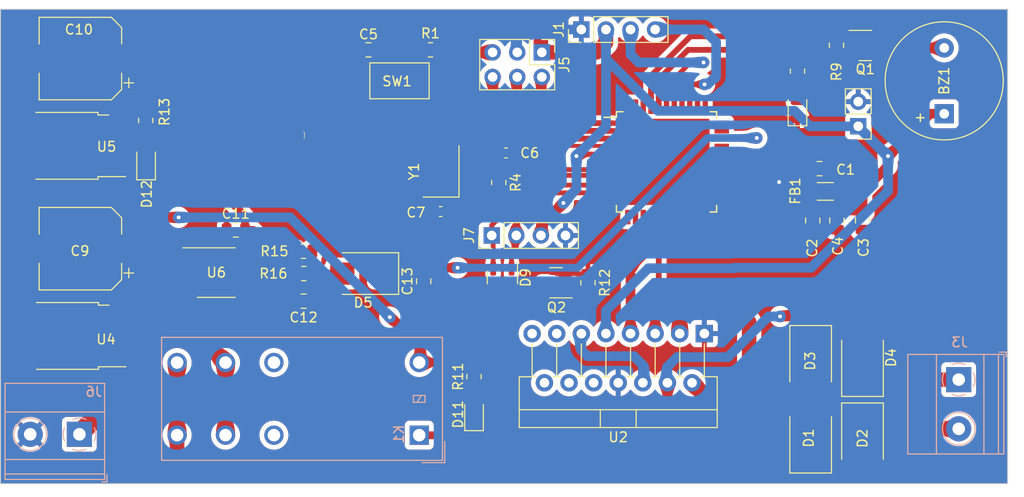
<source format=kicad_pcb>
(kicad_pcb (version 20221018) (generator pcbnew)
  (layers (0 "F.Cu" signal) (31 "B.Cu" signal) (34 "B.Paste" user) (35 "F.Paste" user) (36 "B.SilkS" user "B.Silkscreen") (37 "F.SilkS" user "F.Silkscreen") (38 "B.Mask" user) (39 "F.Mask" user) (44 "Edge.Cuts" user))
  (net 0 "")
  (net 1 "Net-(BZ1-+)")
  (net 2 "GND")
  (net 3 "Net-(U1-PE4{slash}AREF)")
  (net 4 "OUT1")
  (net 5 "OUT2")
  (net 6 "RESET")
  (net 7 "XTAL2")
  (net 8 "XTAL1")
  (net 9 "IN+")
  (net 10 "RX0")
  (net 11 "+5V")
  (net 12 "TX0")
  (net 13 "Net-(D11-K)")
  (net 14 "Net-(D11-A)")
  (net 15 "Net-(D12-A)")
  (net 16 "Net-(D13-A)")
  (net 17 "SCL")
  (net 18 "SDA")
  (net 19 "MISO")
  (net 20 "SCK")
  (net 21 "MOSI")
  (net 22 "Net-(U6-FILTER)")
  (net 23 "CURRENT_ADC1")
  (net 24 "IN-")
  (net 26 "RELAY+")
  (net 28 "BUZZER")
  (net 29 "RELAY")
  (net 30 "LED")
  (net 42 "Net-(D5-A)")
  (net 44 "IN1")
  (net 45 "IN2")
  (net 47 "Net-(U6-VIOUT)")
  (net 56 "Net-(U2-EnA)")
  (net 59 "SDA1")
  (net 60 "SCL1")
  (net 63 "Net-(J6-Pin_1)")
  (footprint "Resistor_SMD:R_0805_2012Metric" (layer "F.Cu") (at 200.925 63.616667 -90)
    (fp_text reference "R9")
    (fp_text value "10K")
  )
  (footprint "Package_TO_SOT_SMD:SOT-23" (layer "F.Cu") (at 166.425 87.616667 -90)
    (fp_text reference "D9")
    (fp_text value "SM712_SOT23")
  )
  (footprint "Package_TO_SOT_SMD:TO-252-2" (layer "F.Cu") (at 121.36 74.008333 180)
    (fp_text reference "U5")
    (fp_text value "LM78M05_TO252")
  )
  (footprint "Connector_PinHeader_2.54mm:PinHeader_1x04_P2.54mm_Vertical" (layer "F.Cu") (at 165.325 83.266667 90)
    (fp_text reference "J7")
    (fp_text value "UART")
  )
  (footprint "Resistor_SMD:R_0805_2012Metric" (layer "F.Cu") (at 166.05 77.8 90)
    (fp_text reference "R4")
    (fp_text value "1M")
  )
  (footprint "Button_Switch_SMD:SW_SPST_CK_RS282G05A3" (layer "F.Cu") (at 155.8 67.3 180)
    (fp_text reference "SW1")
    (fp_text value "6x6 SMD")
  )
  (footprint "Resistor_SMD:R_0805_2012Metric" (layer "F.Cu") (at 159 64.1 180)
    (fp_text reference "R1")
    (fp_text value "4K7")
  )
  (footprint "Inductor_SMD:L_1206_3216Metric" (layer "F.Cu") (at 199.775 78.716667 180)
    (fp_text reference "FB1")
    (fp_text value "120R")
  )
  (footprint "Connector_PinHeader_2.54mm:PinHeader_1x04_P2.54mm_Vertical" (layer "F.Cu") (at 174.58 62 90)
    (fp_text reference "J1")
    (fp_text value "I2C")
  )
  (footprint "Package_TO_SOT_SMD:SOT-23" (layer "F.Cu") (at 171.9625 88.15 180)
    (fp_text reference "Q2")
    (fp_text value "2N7002")
  )
  (footprint "Capacitor_SMD:CP_Elec_8x6.7" (layer "F.Cu") (at 122.85 84.633333 180)
    (fp_text reference "C9")
    (fp_text value "220uf")
  )
  (footprint "Connector_PinHeader_2.54mm:PinHeader_1x02_P2.54mm_Vertical" (layer "F.Cu") (at 203.175 71.991667 180)
    (fp_text reference "J10" hide)
    (fp_text value "Conn_01x02")
  )
  (footprint "Diode_SMD:D_SMB" (layer "F.Cu") (at 203.61 96.23 90)
    (fp_text reference "D4")
    (fp_text value "D_Small")
  )
  (footprint "Package_TO_SOT_SMD:SOT-23" (layer "F.Cu") (at 203.9 63.65)
    (fp_text reference "Q1")
    (fp_text value "2N7002")
  )
  (footprint "Resistor_SMD:R_0805_2012Metric" (layer "F.Cu") (at 129.6 71.3875 -90)
    (fp_text reference "R13")
    (fp_text value "1k")
  )
  (footprint "Capacitor_SMD:C_0805_2012Metric" (layer "F.Cu") (at 200.975 81.716667 -90)
    (fp_text reference "C4")
    (fp_text value "100nF")
  )
  (footprint "Package_TO_SOT_SMD:TO-252-2" (layer "F.Cu") (at 121.41 93.641667 180)
    (fp_text reference "U4")
    (fp_text value "L7812")
  )
  (footprint "Capacitor_SMD:C_0805_2012Metric" (layer "F.Cu") (at 199.175 76.366667)
    (fp_text reference "C1")
    (fp_text value "1uF")
  )
  (footprint "Diode_SMD:D_SMB" (layer "F.Cu") (at 198.26 104.135 90)
    (fp_text reference "D1")
    (fp_text value "D_Small")
  )
  (footprint "Resistor_SMD:R_0805_2012Metric" (layer "F.Cu") (at 145.8875 84.9)
    (fp_text reference "R15")
    (fp_text value "2K2")
  )
  (footprint "Capacitor_SMD:C_0805_2012Metric" (layer "F.Cu") (at 152.6 64.1 180)
    (fp_text reference "C5")
    (fp_text value "100nF")
  )
  (footprint "Capacitor_SMD:C_0603_1608Metric" (layer "F.Cu") (at 160.05 80.8 180)
    (fp_text reference "C7")
    (fp_text value "18pF")
  )
  (footprint "Capacitor_SMD:C_0805_2012Metric" (layer "F.Cu") (at 158.3 88 90)
    (fp_text reference "C13")
    (fp_text value "1nF")
  )
  (footprint "Diode_SMD:D_SMB" (layer "F.Cu") (at 152.05 87.2 180)
    (fp_text reference "D5")
    (fp_text value "SS24")
  )
  (footprint "LED_SMD:LED_0805_2012Metric" (layer "F.Cu") (at 163.5 101.7375 90)
    (fp_text reference "D11")
    (fp_text value "LED_Small")
  )
  (footprint "LED_SMD:LED_0805_2012Metric_Pad1.15x1.40mm_HandSolder" (layer "F.Cu") (at 129.6375 75.6625 90)
    (fp_text reference "D12")
    (fp_text value "LED_Small")
  )
  (footprint "Resistor_SMD:R_0805_2012Metric" (layer "F.Cu") (at 175.2625 88.15 90)
    (fp_text reference "R12")
    (fp_text value "10K")
  )
  (footprint "Capacitor_SMD:C_0805_2012Metric" (layer "F.Cu") (at 138.9 82.7)
    (fp_text reference "C11")
    (fp_text value "100nF")
  )
  (footprint "Capacitor_SMD:C_0603_1608Metric" (layer "F.Cu") (at 166.8 74.75 180)
    (fp_text reference "C6")
    (fp_text value "18pF")
  )
  (footprint "Capacitor_SMD:C_0805_2012Metric" (layer "F.Cu") (at 198.475 81.716667 -90)
    (fp_text reference "C2")
    (fp_text value "100nF")
  )
  (footprint "LED_SMD:LED_0805_2012Metric" (layer "F.Cu") (at 196.9 70.25 90)
    (fp_text reference "D13" hide)
    (fp_text value "LED_Small")
  )
  (footprint "Package_QFP:TQFP-44_10x10mm_P0.8mm" (layer "F.Cu") (at 183.375 75.666667)
    (fp_text reference "U1" hide)
    (fp_text value "ATmega324PB-A")
  )
  (footprint "Resistor_SMD:R_0805_2012Metric" (layer "F.Cu") (at 196.9 66.3 90)
    (fp_text reference "R14" hide)
    (fp_text value "1K")
  )
  (footprint "Diode_SMD:D_SMB" (layer "F.Cu") (at 198.26 96.23 -90)
    (fp_text reference "D3")
    (fp_text value "D_Small")
  )
  (footprint "Package_TO_SOT_THT:TO-220-15_P2.54x2.54mm_StaggerOdd_Lead4.58mm_Vertical" (layer "F.Cu") (at 187.28 93.4 180)
    (fp_text reference "U2")
    (fp_text value "L298N")
  )
  (footprint "Buzzer_Beeper:Buzzer_12x9.5RM7.6" (layer "F.Cu") (at 212.05 71.1 90)
    (fp_text reference "BZ1")
    (fp_text value "Buzzer")
  )
  (footprint "Package_SO:SOIC-8_3.9x4.9mm_P1.27mm" (layer "F.Cu") (at 136.8875 87.1)
    (fp_text reference "U6")
    (fp_text value "ACS712")
  )
  (footprint "Resistor_SMD:R_0805_2012Metric" (layer "F.Cu") (at 145.9125 87.2)
    (fp_text reference "R16")
    (fp_text value "10K")
  )
  (footprint "Capacitor_SMD:C_0805_2012Metric" (layer "F.Cu") (at 203.625 81.716667 -90)
    (fp_text reference "C3")
    (fp_text value "100nF")
  )
  (footprint "Connector_PinHeader_2.54mm:PinHeader_2x03_P2.54mm_Vertical" (layer "F.Cu") (at 170.5 64.36 -90)
    (fp_text reference "J5")
    (fp_text value "ISP")
  )
  (footprint "Diode_SMD:D_SMB" (layer "F.Cu") (at 203.61 104.225 -90)
    (fp_text reference "D2")
    (fp_text value "D_Small")
  )
  (footprint "Capacitor_SMD:C_0805_2012Metric" (layer "F.Cu") (at 145.9 90.05 180)
    (fp_text reference "C12")
    (fp_text value "1nF")
  )
  (footprint "Capacitor_SMD:CP_Elec_8x6.7" (layer "F.Cu") (at 122.85 65 180)
    (fp_text reference "C10")
    (fp_text value "220uf")
  )
  (footprint "GOFootprint:formula" (layer "F.Cu") (at 146.2 72.1)
    (fp_text reference "G***" hide)
    (fp_text value "LOGO" hide)
  )
  (footprint "Crystal:Crystal_SMD_5032-4Pin_5.0x3.2mm" (layer "F.Cu") (at 160.1 76.65 90)
    (fp_text reference "Y1")
    (fp_text value "16MHz")
  )
  (footprint "Resistor_SMD:R_0805_2012Metric" (layer "F.Cu") (at 163.5 97.8375 90)
    (fp_text reference "R11")
    (fp_text value "1K")
  )
  (footprint "TerminalBlock_Phoenix:TerminalBlock_Phoenix_MKDS-1,5-2-5.08_1x02_P5.08mm_Horizontal" (layer "B.Cu") (at 213.55 98.15 -90)
    (fp_text reference "J3")
    (fp_text value "Conn_01x02")
  )
  (footprint "Relay_THT:Relay_DPDT_Omron_G2RL-2" (layer "B.Cu") (at 157.8375 103.8875 90)
    (fp_text reference "K1")
    (fp_text value "G2RL-2")
  )
  (footprint "TerminalBlock_Phoenix:TerminalBlock_Phoenix_MKDS-1,5-2-5.08_1x02_P5.08mm_Horizontal" (layer "B.Cu") (at 122.75 103.8 180)
    (fp_text reference "J6")
    (fp_text value "POWER")
  )
  (gr_rect (start 114.6 59.9) (end 218.6 108.9) (stroke (width 0.1)) (fill none) (layer "Edge.Cuts"))
  (segment (start 205.0875 63.9) (end 204.8375 63.65) (width 1) (layer "F.Cu") (net 1))
  (segment (start 212.05 63.9) (end 205.0875 63.9) (width 1) (layer "F.Cu") (net 1))
  (segment (start 194.3 77.75) (end 192.216667 75.666667) (width 0.6) (layer "F.Cu") (net 2))
  (segment (start 192.216667 75.666667) (end 189.075 75.666667) (width 0.6) (layer "F.Cu") (net 2))
  (segment (start 161.1 75) (end 165.775 75) (width 0.6) (layer "F.Cu") (net 2))
  (segment (start 195 77.75) (end 194.3 77.75) (width 0.6) (layer "F.Cu") (net 2))
  (segment (start 177.675 75.666667) (end 189.075 75.666667) (width 0.25) (layer "F.Cu") (net 2))
  (segment (start 201.075 82.616667) (end 201.025 82.666667) (width 0.5) (layer "F.Cu") (net 2))
  (segment (start 165.775 75) (end 166.025 74.75) (width 0.6) (layer "F.Cu") (net 2))
  (segment (start 198.475 82.666667) (end 197.875 82.666667) (width 0.5) (layer "F.Cu") (net 2))
  (via (at 195 77.75) (size 1.2) (drill 0.4) (layers "F.Cu" "B.Cu") (net 2))
  (segment (start 167.96 64.36) (end 167.96 62.54) (width 1) (layer "B.Cu") (net 2))
  (segment (start 167.96 62.54) (end 168.5 62) (width 1) (layer "B.Cu") (net 2))
  (segment (start 168.5 62) (end 174.58 62) (width 1) (layer "B.Cu") (net 2))
  (segment (start 189.075 74.866667) (end 192.875 74.866667) (width 0.5) (layer "F.Cu") (net 3))
  (segment (start 192.875 74.866667) (end 194.375 76.366667) (width 0.5) (layer "F.Cu") (net 3))
  (segment (start 198.25 78.616667) (end 198.25 76.391667) (width 0.5) (layer "F.Cu") (net 3))
  (segment (start 198.25 76.391667) (end 198.225 76.366667) (width 0.5) (layer "F.Cu") (net 3))
  (segment (start 194.375 76.366667) (end 198.225 76.366667) (width 0.5) (layer "F.Cu") (net 3))
  (segment (start 203.61 102.075) (end 204.77 103.235) (width 1.5) (layer "F.Cu") (net 4))
  (segment (start 204.77 103.235) (end 213.545 103.235) (width 1.5) (layer "F.Cu") (net 4))
  (segment (start 189.66 102.13) (end 203.555 102.13) (width 1.5) (layer "F.Cu") (net 4))
  (segment (start 213.545 103.235) (end 213.55 103.23) (width 1.5) (layer "F.Cu") (net 4))
  (segment (start 186.01 98.48) (end 189.66 102.13) (width 1.5) (layer "F.Cu") (net 4))
  (segment (start 203.555 102.13) (end 203.61 102.075) (width 1.5) (layer "F.Cu") (net 4))
  (segment (start 203.61 98.38) (end 203.835 98.155) (width 1) (layer "F.Cu") (net 5))
  (segment (start 203.61 98.38) (end 193.91 98.38) (width 1.5) (layer "F.Cu") (net 5))
  (segment (start 213.545 98.155) (end 213.55 98.15) (width 1.5) (layer "F.Cu") (net 5))
  (segment (start 189.2 89.5) (end 186.2 89.5) (width 1.5) (layer "F.Cu") (net 5))
  (segment (start 186.2 89.5) (end 184.74 90.96) (width 1.5) (layer "F.Cu") (net 5))
  (segment (start 191.91 96.38) (end 191.91 92.21) (width 1.5) (layer "F.Cu") (net 5))
  (segment (start 203.835 98.155) (end 213.545 98.155) (width 1.5) (layer "F.Cu") (net 5))
  (segment (start 193.91 98.38) (end 191.91 96.38) (width 1.5) (layer "F.Cu") (net 5))
  (segment (start 184.74 90.96) (end 184.74 93.4) (width 1.5) (layer "F.Cu") (net 5))
  (segment (start 203.61 98.38) (end 204.01 97.98) (width 1) (layer "F.Cu") (net 5))
  (segment (start 191.91 92.21) (end 189.2 89.5) (width 1.5) (layer "F.Cu") (net 5))
  (segment (start 158.0875 64.1) (end 153.55 64.1) (width 1) (layer "F.Cu") (net 6))
  (segment (start 162.5 68.8) (end 165.8 72.1) (width 1) (layer "F.Cu") (net 6))
  (segment (start 162.5 65.1) (end 162.5 67.3) (width 1) (layer "F.Cu") (net 6))
  (segment (start 167.4 72.1) (end 169.2 73.9) (width 1) (layer "F.Cu") (net 6))
  (segment (start 177.625 74.016667) (end 177.675 74.066667) (width 0.4) (layer "F.Cu") (net 6))
  (segment (start 158.0875 65.6875) (end 158.0875 64.1) (width 1) (layer "F.Cu") (net 6))
  (segment (start 163.24 64.36) (end 162.5 65.1) (width 1) (layer "F.Cu") (net 6))
  (segment (start 169.2 73.9) (end 169.9 73.9) (width 1) (layer "F.Cu") (net 6))
  (segment (start 171.125 74.016667) (end 170.016667 74.016667) (width 0.4) (layer "F.Cu") (net 6))
  (segment (start 162.5 67.3) (end 162.5 68.8) (width 1) (layer "F.Cu") (net 6))
  (segment (start 171.125 74.016667) (end 177.625 74.016667) (width 0.4) (layer "F.Cu") (net 6))
  (segment (start 163.9 64.36) (end 163.24 64.36) (width 1) (layer "F.Cu") (net 6))
  (segment (start 159.7 67.3) (end 162.5 67.3) (width 1) (layer "F.Cu") (net 6))
  (segment (start 159.7 67.3) (end 158.0875 65.6875) (width 1) (layer "F.Cu") (net 6))
  (segment (start 163.24 64.36) (end 162.6 65) (width 1) (layer "F.Cu") (net 6))
  (segment (start 165.8 72.1) (end 167.4 72.1) (width 1) (layer "F.Cu") (net 6))
  (segment (start 165.42 64.36) (end 163.9 64.36) (width 1) (layer "F.Cu") (net 6))
  (segment (start 170.016667 74.016667) (end 169.9 73.9) (width 0.4) (layer "F.Cu") (net 6))
  (segment (start 167.575 74.75) (end 167.575 75.3625) (width 0.5) (layer "F.Cu") (net 7))
  (segment (start 159.1 73.85) (end 159.1 75) (width 0.5) (layer "F.Cu") (net 7))
  (segment (start 167.575 74.275) (end 166.55 73.25) (width 0.5) (layer "F.Cu") (net 7))
  (segment (start 159.7 73.25) (end 159.1 73.85) (width 0.5) (layer "F.Cu") (net 7))
  (segment (start 167.575 74.75) (end 168.35 74.75) (width 0.6) (layer "F.Cu") (net 7))
  (segment (start 170.066667 76.466667) (end 169.7 76.1) (width 0.5) (layer "F.Cu") (net 7))
  (segment (start 167.575 75.3625) (end 166.05 76.8875) (width 0.5) (layer "F.Cu") (net 7))
  (segment (start 168.35 74.75) (end 169.7 76.1) (width 0.6) (layer "F.Cu") (net 7))
  (segment (start 166.55 73.25) (end 159.7 73.25) (width 0.5) (layer "F.Cu") (net 7))
  (segment (start 177.675 76.466667) (end 170.066667 76.466667) (width 0.5) (layer "F.Cu") (net 7))
  (segment (start 169.183333 77.116667) (end 169.2 77.116667) (width 0.6) (layer "F.Cu") (net 8))
  (segment (start 160.85 80.775) (end 160.825 80.8) (width 0.6) (layer "F.Cu") (net 8))
  (segment (start 161.1 78.3) (end 160.85 78.55) (width 0.6) (layer "F.Cu") (net 8))
  (segment (start 167.5875 78.7125) (end 169.183333 77.116667) (width 0.6) (layer "F.Cu") (net 8))
  (segment (start 160.85 78.55) (end 160.85 80.775) (width 0.6) (layer "F.Cu") (net 8))
  (segment (start 176.575 77.066667) (end 169.25 77.066667) (width 0.5) (layer "F.Cu") (net 8))
  (segment (start 163.5125 78.7125) (end 167.5875 78.7125) (width 0.6) (layer "F.Cu") (net 8))
  (segment (start 177.675 77.266667) (end 176.775 77.266667) (width 0.5) (layer "F.Cu") (net 8))
  (segment (start 161.1 78.3) (end 163.1 78.3) (width 0.6) (layer "F.Cu") (net 8))
  (segment (start 163.1 78.3) (end 163.5125 78.7125) (width 0.6) (layer "F.Cu") (net 8))
  (segment (start 169.25 77.066667) (end 169.2 77.116667) (width 0.5) (layer "F.Cu") (net 8))
  (segment (start 176.775 77.266667) (end 176.575 77.066667) (width 0.5) (layer "F.Cu") (net 8))
  (segment (start 169.2 77.116667) (end 169.2 77.1) (width 0.5) (layer "F.Cu") (net 8))
  (segment (start 134.4125 86.465) (end 134.4125 85.205) (width 1) (layer "F.Cu") (net 9))
  (segment (start 126.45 85.183333) (end 125.9 84.633333) (width 2) (layer "F.Cu") (net 9))
  (segment (start 157.8375 96.3875) (end 162.9625 96.3875) (width 0.8) (layer "F.Cu") (net 9))
  (segment (start 154.9 91.7) (end 157.8375 94.6375) (width 1) (layer "F.Cu") (net 9))
  (segment (start 125.9 84.633333) (end 126.466667 85.2) (width 2) (layer "F.Cu") (net 9))
  (segment (start 126.466667 85.2) (end 134.4075 85.2) (width 2) (layer "F.Cu") (net 9))
  (segment (start 157.8375 94.6375) (end 157.8375 96.3875) (width 1) (layer "F.Cu") (net 9))
  (segment (start 154.8 91.7) (end 154.9 91.7) (width 1) (layer "F.Cu") (net 9))
  (segment (start 125.9 76.788333) (end 126.4 76.288333) (width 2) (layer "F.Cu") (net 9))
  (segment (start 134.4075 85.2) (end 134.4125 85.195) (width 2) (layer "F.Cu") (net 9))
  (segment (start 134.4125 85.205) (end 134.4075 85.2) (width 1) (layer "F.Cu") (net 9))
  (segment (start 125.9 81.4) (end 125.9 76.788333) (width 2) (layer "F.Cu") (net 9))
  (segment (start 125.9 81.4) (end 133 81.4) (width 1) (layer "F.Cu") (net 9))
  (segment (start 162.9625 96.3875) (end 163.5 96.925) (width 0.8) (layer "F.Cu") (net 9))
  (segment (start 126.45 91.361667) (end 126.45 85.183333) (width 2) (layer "F.Cu") (net 9))
  (segment (start 125.9 84.633333) (end 125.9 81.4) (width 2) (layer "F.Cu") (net 9))
  (via (at 154.8 91.7) (size 1.2) (drill 0.4) (layers "F.Cu" "B.Cu") (net 9))
  (via (at 133 81.4) (size 1.2) (drill 0.4) (layers "F.Cu" "B.Cu") (net 9))
  (segment (start 144.5 81.4) (end 154.8 91.7) (width 1) (layer "B.Cu") (net 9))
  (segment (start 133 81.4) (end 144.5 81.4) (width 1) (layer "B.Cu") (net 9))
  (segment (start 169.475 78.066667) (end 165.325 82.216667) (width 0.5) (layer "F.Cu") (net 10))
  (segment (start 165.475 83.416667) (end 165.325 83.266667) (width 0.5) (layer "F.Cu") (net 10))
  (segment (start 165.475 86.679167) (end 165.475 83.416667) (width 0.5) (layer "F.Cu") (net 10))
  (segment (start 177.675 78.066667) (end 169.475 78.066667) (width 0.5) (layer "F.Cu") (net 10))
  (segment (start 165.325 82.216667) (end 165.325 83.266667) (width 0.5) (layer "F.Cu") (net 10))
  (segment (start 129.6 70.475) (end 126.725 70.475) (width 0.8) (layer "F.Cu") (net 11))
  (segment (start 170.405 83.266667) (end 170.405 82.236667) (width 1) (layer "F.Cu") (net 11))
  (segment (start 195.566667 80.766667) (end 198.475 80.766667) (width 0.8) (layer "F.Cu") (net 11))
  (segment (start 146 65) (end 125.9 65) (width 1.5) (layer "F.Cu") (net 11))
  (segment (start 198.475 80.766667) (end 201.025 80.766667) (width 0.8) (layer "F.Cu") (net 11))
  (segment (start 141.4 84.7) (end 140.9 85.2) (width 0.8) (layer "F.Cu") (net 11))
  (segment (start 126.725 70.475) (end 126.4 70.8) (width 0.8) (layer "F.Cu") (net 11))
  (segment (start 206.25 75.066667) (end 208.9 72.416667) (width 1) (layer "F.Cu") (net 11))
  (segment (start 126.4 71.728333) (end 126.4 70.8) (width 2) (layer "F.Cu") (net 11))
  (segment (start 174.3255 75.166167) (end 174.45 75.041667) (width 0.5) (layer "F.Cu") (net 11))
  (segment (start 149.15 61.85) (end 146 65) (width 1.5) (layer "F.Cu") (net 11))
  (segment (start 170.405 82.236667) (end 172.725 79.916667) (width 1) (layer "F.Cu") (net 11))
  (segment (start 174.175 75.166167) (end 174.3255 75.166167) (width 0.5) (layer "F.Cu") (net 11))
  (segment (start 206.25 75.066667) (end 206.25 76.091667) (width 1) (layer "F.Cu") (net 11))
  (segment (start 159.85 61.85) (end 149.15 61.85) (width 1.5) (layer "F.Cu") (net 11))
  (segment (start 192.675 77.875) (end 191.266667 76.466667) (width 0.6) (layer "F.Cu") (net 11))
  (segment (start 201.025 80.766667) (end 203.625 80.766667) (width 0.8) (layer "F.Cu") (net 11))
  (segment (start 206.25 76.091667) (end 203.625 78.716667) (width 1) (layer "F.Cu") (net 11))
  (segment (start 208.9 72.416667) (end 208.9 72.391667) (width 1) (layer "F.Cu") (net 11))
  (segment (start 137.95 79.35) (end 137 79.35) (width 0.8) (layer "F.Cu") (net 11))
  (segment (start 137 79.35) (end 132.65 75) (width 0.8) (layer "F.Cu") (net 11))
  (segment (start 177.12 63.38) (end 177.12 62) (width 1.5) (layer "F.Cu") (net 11))
  (segment (start 191.266667 76.466667) (end 189.075 76.466667) (width 0.6) (layer "F.Cu") (net 11))
  (segment (start 210.591667 70.7) (end 212.05 70.7) (width 1) (layer "F.Cu") (net 11))
  (segment (start 139.85 82.7) (end 140.7 82.7) (width 0.8) (layer "F.Cu") (net 11))
  (segment (start 132.65 71.6) (end 131.525 70.475) (width 0.8) (layer "F.Cu") (net 11))
  (segment (start 170.4 64.26) (end 170.5 64.36) (width 1.5) (layer "F.Cu") (net 11))
  (segment (start 169.95 61.75) (end 170.4 62.2) (width 1.5) (layer "F.Cu") (net 11))
  (segment (start 170.4 62.2) (end 170.4 64.26) (width 1.5) (layer "F.Cu") (net 11))
  (segment (start 126.4 70.8) (end 126.4 65.5) (width 2) (layer "F.Cu") (net 11))
  (segment (start 176.14 64.36) (end 177.12 63.38) (width 1.5) (layer "F.Cu") (net 11))
  (segment (start 140.9 85.2) (end 139.3675 85.2) (width 0.8) (layer "F.Cu") (net 11))
  (segment (start 132.65 75) (end 132.65 71.6) (width 0.8) (layer "F.Cu") (net 11))
  (segment (start 174.3255 75.166167) (end 174.625 74.866667) (width 0.5) (layer "F.Cu") (net 11))
  (segment (start 139.85 82.7) (end 139.85 81.25) (width 0.8) (layer "F.Cu") (net 11))
  (segment (start 208.9 72.391667) (end 210.591667 70.7) (width 1) (layer "F.Cu") (net 11))
  (segment (start 139.85 81.25) (end 137.95 79.35) (width 0.8) (layer "F.Cu") (net 11))
  (segment (start 170.5 64.36) (end 176.14 64.36) (width 1.5) (layer "F.Cu") (net 11))
  (segment (start 159.95 61.75) (end 169.95 61.75) (width 1.5) (layer "F.Cu") (net 11))
  (segment (start 203.525 78.616667) (end 203.625 78.716667) (width 0.5) (layer "F.Cu") (net 11))
  (segment (start 141.4 83.4) (end 141.4 84.7) (width 0.8) (layer "F.Cu") (net 11))
  (segment (start 203.625 80.766667) (end 203.625 78.716667) (width 1) (layer "F.Cu") (net 11))
  (segment (start 159.95 61.75) (end 159.9125 61.7875) (width 1) (layer "F.Cu") (net 11))
  (segment (start 126.4 65.5) (end 125.9 65) (width 2) (layer "F.Cu") (net 11))
  (segment (start 139.3675 85.2) (end 139.3625 85.195) (width 0.8) (layer "F.Cu") (net 11))
  (segment (start 192.675 77.875) (end 195.566667 80.766667) (width 0.8) (layer "F.Cu") (net 11))
  (segment (start 159.9125 61.7875) (end 159.9125 64.1) (width 1) (layer "F.Cu") (net 11))
  (segment (start 201.4 78.616667) (end 203.525 78.616667) (width 1) (layer "F.Cu") (net 11))
  (segment (start 174.075 75.066167) (end 174.175 75.166167) (width 0.5) (layer "F.Cu") (net 11))
  (segment (start 174.625 74.866667) (end 177.675 74.866667) (width 0.5) (layer "F.Cu") (net 11))
  (segment (start 131.525 70.475) (end 129.6 70.475) (width 0.8) (layer "F.Cu") (net 11))
  (segment (start 140.7 82.7) (end 141.4 83.4) (width 0.8) (layer "F.Cu") (net 11))
  (segment (start 159.95 61.75) (end 159.85 61.85) (width 1.5) (layer "F.Cu") (net 11))
  (via (at 206.25 75.066667) (size 1.2) (drill 0.4) (layers "F.Cu" "B.Cu") (net 11))
  (via (at 172.725 79.916667) (size 1.2) (drill 0.4) (layers "F.Cu" "B.Cu") (net 11))
  (via (at 174.075 75.066167) (size 1.2) (drill 0.4) (layers "F.Cu" "B.Cu") (net 11))
  (segment (start 203.175 72.075) (end 203.175 71.991667) (width 1) (layer "B.Cu") (net 11))
  (segment (start 190.4 86.6) (end 190.35 86.65) (width 1) (layer "B.Cu") (net 11))
  (segment (start 172.725 79.816667) (end 172.725 79.916667) (width 0.5) (layer "B.Cu") (net 11))
  (segment (start 182.5 70.4) (end 196.6 70.4) (width 1) (layer "B.Cu") (net 11))
  (segment (start 172.625 79.916667) (end 172.725 79.816667) (width 0.5) (layer "B.Cu") (net 11))
  (segment (start 177.12 65.02) (end 182.5 70.4) (width 1) (layer "B.Cu") (net 11))
  (segment (start 206.25 75.066667) (end 206.166667 75.066667) (width 1) (layer "B.Cu") (net 11))
  (segment (start 203.175 71.991667) (end 206.25 75.066667) (width 1) (layer "B.Cu") (net 11))
  (segment (start 206.25 75.066667) (end 206.25 78.65) (width 1) (layer "B.Cu") (net 11))
  (segment (start 196.6 70.4) (end 198.191667 71.991667) (width 1) (layer "B.Cu") (net 11))
  (segment (start 198.3 86.6) (end 190.4 86.6) (width 1) (layer "B.Cu") (net 11))
  (segment (start 198.191667 71.991667) (end 203.175 71.991667) (width 1) (layer "B.Cu") (net 11))
  (segment (start 174.075 75.066167) (end 177.12 72.021167) (width 1) (layer "B.Cu") (net 11))
  (segment (start 172.725 79.916667) (end 172.625 79.916667) (width 0.5) (layer "B.Cu") (net 11))
  (segment (start 177.12 62) (end 177.12 65.02) (width 1) (layer "B.Cu") (net 11))
  (segment (start 206.166667 75.066667) (end 203.175 72.075) (width 1) (layer "B.Cu") (net 11))
  (segment (start 206.25 78.65) (end 198.3 86.6) (width 1) (layer "B.Cu") (net 11))
  (segment (start 181.5 86.65) (end 177.12 91.03) (width 1) (layer "B.Cu") (net 11))
  (segment (start 177.12 72.021167) (end 177.12 62) (width 1) (layer "B.Cu") (net 11))
  (segment (start 174.075 75.066167) (end 174.075 78.466667) (width 1) (layer "B.Cu") (net 11))
  (segment (start 177.12 91.03) (end 177.12 93.4) (width 1) (layer "B.Cu") (net 11))
  (segment (start 190.35 86.65) (end 181.5 86.65) (width 1) (layer "B.Cu") (net 11))
  (segment (start 174.075 78.466667) (end 172.725 79.816667) (width 1) (layer "B.Cu") (net 11))
  (segment (start 167.865 81.976667) (end 167.865 83.266667) (width 0.5) (layer "F.Cu") (net 12))
  (segment (start 167.375 86.679167) (end 167.375 84.916667) (width 0.5) (layer "F.Cu") (net 12))
  (segment (start 167.375 84.916667) (end 167.865 84.426667) (width 0.5) (layer "F.Cu") (net 12))
  (segment (start 170.975 78.866667) (end 167.865 81.976667) (width 0.5) (layer "F.Cu") (net 12))
  (segment (start 177.675 78.866667) (end 170.975 78.866667) (width 0.5) (layer "F.Cu") (net 12))
  (segment (start 167.865 84.426667) (end 167.865 83.266667) (width 0.5) (layer "F.Cu") (net 12))
  (segment (start 164.925 102.675) (end 166.2 101.4) (width 0.8) (layer "F.Cu") (net 13))
  (segment (start 166.2 101.4) (end 166.2 92.5) (width 0.8) (layer "F.Cu") (net 13))
  (segment (start 162.275 103.9) (end 157.85 103.9) (width 0.8) (layer "F.Cu") (net 13))
  (segment (start 163.5 102.675) (end 162.275 103.9) (width 0.8) (layer "F.Cu") (net 13))
  (segment (start 170.55 88.15) (end 171.025 88.15) (width 0.8) (layer "F.Cu") (net 13))
  (segment (start 166.2 92.5) (end 170.55 88.15) (width 0.8) (layer "F.Cu") (net 13))
  (segment (start 163.5 102.675) (end 164.925 102.675) (width 0.8) (layer "F.Cu") (net 13))
  (segment (start 157.85 103.9) (end 157.8375 103.8875) (width 0.8) (layer "F.Cu") (net 13))
  (segment (start 163.5 100.8) (end 163.5 99.025) (width 0.5) (layer "F.Cu") (net 14))
  (segment (start 129.6 72.3) (end 129.6 74.6) (width 0.5) (layer "F.Cu") (net 15))
  (segment (start 129.6 74.6) (end 129.6375 74.6375) (width 0.5) (layer "F.Cu") (net 15))
  (segment (start 196.9 67.2125) (end 196.9 69.3125) (width 0.6) (layer "F.Cu") (net 16))
  (segment (start 167.96 66.9) (end 167.96 68.491667) (width 1) (layer "F.Cu") (net 19))
  (segment (start 167.96 68.491667) (end 171.835 72.366667) (width 1) (layer "F.Cu") (net 19))
  (segment (start 177.675 72.466667) (end 171.835 72.466667) (width 0.6) (layer "F.Cu") (net 19))
  (segment (start 177.675 73.266667) (end 170.766667 73.266667) (width 0.6) (layer "F.Cu") (net 20))
  (segment (start 165.42 66.9) (end 165.42 68.186666) (width 1) (layer "F.Cu") (net 20))
  (segment (start 167.016667 69.783333) (end 169.316667 72.083333) (width 1) (layer "F.Cu") (net 20))
  (segment (start 169.316667 72.083333) (end 167.9 70.666666) (width 0.6) (layer "F.Cu") (net 20))
  (segment (start 169.583333 72.083333) (end 169.316667 72.083333) (width 0.6) (layer "F.Cu") (net 20))
  (segment (start 165.42 68.186666) (end 167.016667 69.783333) (width 1) (layer "F.Cu") (net 20))
  (segment (start 167.016667 69.783333) (end 167.9 70.666666) (width 1) (layer "F.Cu") (net 20))
  (segment (start 170.766667 73.266667) (end 169.583333 72.083333) (width 0.6) (layer "F.Cu") (net 20))
  (segment (start 173.675 71.666667) (end 173.666667 71.666667) (width 0.6) (layer "F.Cu") (net 21))
  (segment (start 170.5 66.9) (end 170.5 68.5) (width 1) (layer "F.Cu") (net 21))
  (segment (start 177.675 71.666667) (end 173.675 71.666667) (width 0.6) (layer "F.Cu") (net 21))
  (segment (start 173.666667 71.666667) (end 172.8 70.8) (width 0.6) (layer "F.Cu") (net 21))
  (segment (start 170.5 68.5) (end 172.8 70.8) (width 1) (layer "F.Cu") (net 21))
  (segment (start 139.3625 87.735) (end 141.635 87.735) (width 0.8) (layer "F.Cu") (net 22))
  (segment (start 141.635 87.735) (end 143.95 90.05) (width 0.8) (layer "F.Cu") (net 22))
  (segment (start 143.95 90.05) (end 144.95 90.05) (width 0.8) (layer "F.Cu") (net 22))
  (segment (start 192.566667 73.266667) (end 192.633333 73.266667) (width 0.6) (layer "F.Cu") (net 23))
  (segment (start 154.35 87.05) (end 154.2 87.2) (width 0.8) (layer "F.Cu") (net 23))
  (segment (start 158.3 87.05) (end 154.35 87.05) (width 0.8) (layer "F.Cu") (net 23))
  (segment (start 189.075 73.266667) (end 192.566667 73.266667) (width 0.6) (layer "F.Cu") (net 23))
  (segment (start 161.8 86.6) (end 158.75 86.6) (width 0.8) (layer "F.Cu") (net 23))
  (segment (start 158.75 86.6) (end 158.3 87.05) (width 0.8) (layer "F.Cu") (net 23))
  (segment (start 192.633333 73.266667) (end 192.7 73.2) (width 0.6) (layer "F.Cu") (net 23))
  (via (at 192.7 73.2) (size 1.2) (drill 0.4) (layers "F.Cu" "B.Cu") (net 23))
  (via (at 161.8 86.6) (size 1.2) (drill 0.4) (layers "F.Cu" "B.Cu") (net 23))
  (segment (start 187.6 73.2) (end 174.2 86.6) (width 0.8) (layer "B.Cu") (net 23))
  (segment (start 192.7 73.2) (end 187.6 73.2) (width 0.8) (layer "B.Cu") (net 23))
  (segment (start 174.2 86.6) (end 161.8 86.6) (width 0.8) (layer "B.Cu") (net 23))
  (segment (start 132.6 91.15) (end 137.8375 96.3875) (width 1.5) (layer "F.Cu") (net 24))
  (segment (start 133.595 89.005) (end 134.4125 89.005) (width 1.5) (layer "F.Cu") (net 24))
  (segment (start 132.6 90) (end 133.595 89.005) (width 1.5) (layer "F.Cu") (net 24))
  (segment (start 137.8375 96.3875) (end 137.8375 103.8875) (width 1.5) (layer "F.Cu") (net 24))
  (segment (start 132.6 91.15) (end 132.6 90) (width 1.5) (layer "F.Cu") (net 24))
  (segment (start 134.4125 87.735) (end 134.4125 89.005) (width 1) (layer "F.Cu") (net 24))
  (segment (start 132.8375 103.8875) (end 132.8375 105.5375) (width 1.5) (layer "F.Cu") (net 26))
  (segment (start 195.1 91.63) (end 196.63 91.63) (width 1) (layer "F.Cu") (net 26))
  (segment (start 134.2 106.9) (end 197.645 106.9) (width 1.5) (layer "F.Cu") (net 26))
  (segment (start 183.47 101.04) (end 188.715 106.285) (width 1) (layer "F.Cu") (net 26))
  (segment (start 198.26 93.26) (end 198.26 94.08) (width 1) (layer "F.Cu") (net 26))
  (segment (start 188.715 106.285) (end 198.26 106.285) (width 1) (layer "F.Cu") (net 26))
  (segment (start 132.8375 103.8875) (end 132.8375 96.3875) (width 1.5) (layer "F.Cu") (net 26))
  (segment (start 132.8375 105.5375) (end 134.2 106.9) (width 1.5) (layer "F.Cu") (net 26))
  (segment (start 197.645 106.9) (end 198.26 106.285) (width 1.5) (layer "F.Cu") (net 26))
  (segment (start 183.47 98.48) (end 183.47 101.04) (width 1) (layer "F.Cu") (net 26))
  (segment (start 196.63 91.63) (end 198.26 93.26) (width 1) (layer "F.Cu") (net 26))
  (via (at 195.1 91.63) (size 1.2) (drill 0.4) (layers "F.Cu" "B.Cu") (net 26))
  (segment (start 189.71 95.83) (end 184.46 95.83) (width 1) (layer "B.Cu") (net 26))
  (segment (start 183.47 96.82) (end 183.47 98.48) (width 1) (layer "B.Cu") (net 26))
  (segment (start 184.46 95.83) (end 183.47 96.82) (width 1) (layer "B.Cu") (net 26))
  (segment (start 193.91 91.63) (end 189.71 95.83) (width 1) (layer "B.Cu") (net 26))
  (segment (start 195.1 91.63) (end 193.91 91.63) (width 1) (layer "B.Cu") (net 26))
  (segment (start 181.775 66.775) (end 185.85 62.7) (width 0.6) (layer "F.Cu") (net 28))
  (segment (start 200.920833 62.7) (end 200.925 62.704167) (width 0.6) (layer "F.Cu") (net 28))
  (segment (start 200.925 62.704167) (end 202.9 62.704167) (width 0.5) (layer "F.Cu") (net 28))
  (segment (start 185.85 62.7) (end 200.920833 62.7) (width 0.6) (layer "F.Cu") (net 28))
  (segment (start 181.775 69.966667) (end 181.775 66.775) (width 0.6) (layer "F.Cu") (net 28))
  (segment (start 175.2625 89.0625) (end 180.175 84.15) (width 0.5) (layer "F.Cu") (net 29))
  (segment (start 175.2625 89.0625) (end 172.9375 89.0625) (width 0.5) (layer "F.Cu") (net 29))
  (segment (start 180.175 84.15) (end 180.175 81.366667) (width 0.5) (layer "F.Cu") (net 29))
  (segment (start 185.6 64.1) (end 195.6125 64.1) (width 0.6) (layer "F.Cu") (net 30))
  (segment (start 195.6125 64.1) (end 196.9 65.3875) (width 0.6) (layer "F.Cu") (net 30))
  (segment (start 182.575 69.966667) (end 182.575 67.125) (width 0.6) (layer "F.Cu") (net 30))
  (segment (start 182.575 67.125) (end 185.6 64.1) (width 0.6) (layer "F.Cu") (net 30))
  (segment (start 149.9 87.2) (end 146.825 87.2) (width 0.8) (layer "F.Cu") (net 42))
  (segment (start 146.825 87.2) (end 146.825 84.925) (width 0.8) (layer "F.Cu") (net 42))
  (segment (start 146.825 84.925) (end 146.8 84.9) (width 0.8) (layer "F.Cu") (net 42))
  (segment (start 182.2 93.4) (end 182.2 89.375) (width 1) (layer "F.Cu") (net 44))
  (segment (start 182.575 88.525) (end 182.575 81.366667) (width 0.6) (layer "F.Cu") (net 44))
  (segment (start 182.2 89.375) (end 182.2 88.9) (width 0.6) (layer "F.Cu") (net 44))
  (segment (start 182.2 88.9) (end 182.575 88.525) (width 0.6) (layer "F.Cu") (net 44))
  (segment (start 181.775 81.366667) (end 181.775 83.9) (width 0.6) (layer "F.Cu") (net 45))
  (segment (start 179.66 86.84) (end 179.66 93.4) (width 1) (layer "F.Cu") (net 45))
  (segment (start 181.775 83.9) (end 181.775 84.166667) (width 0.6) (layer "F.Cu") (net 45))
  (segment (start 181.775 83.9) (end 181.775 84.725) (width 0.6) (layer "F.Cu") (net 45))
  (segment (start 181.775 84.725) (end 179.66 86.84) (width 0.6) (layer "F.Cu") (net 45))
  (segment (start 139.3625 86.465) (end 141.835 86.465) (width 0.8) (layer "F.Cu") (net 47))
  (segment (start 143.4 84.9) (end 144.975 84.9) (width 0.8) (layer "F.Cu") (net 47))
  (segment (start 141.835 86.465) (end 143.4 84.9) (width 0.8) (layer "F.Cu") (net 47))
  (segment (start 180.93 96.65) (end 180.93 98.48) (width 1) (layer "B.Cu") (net 56))
  (segment (start 174.58 95.1) (end 175.21 95.73) (width 1) (layer "B.Cu") (net 56))
  (segment (start 175.21 95.73) (end 180.01 95.73) (width 1) (layer "B.Cu") (net 56))
  (segment (start 174.58 93.4) (end 174.58 95.1) (width 1) (layer "B.Cu") (net 56))
  (segment (start 180.01 95.73) (end 180.93 96.65) (width 1) (layer "B.Cu") (net 56))
  (segment (start 184.625 67.666667) (end 184.175 68.116667) (width 0.5) (layer "F.Cu") (net 59))
  (segment (start 184.175 68.116667) (end 184.175 69.966667) (width 0.5) (layer "F.Cu") (net 59))
  (segment (start 187.3 67.666667) (end 184.625 67.666667) (width 0.5) (layer "F.Cu") (net 59))
  (via (at 187.3 67.666667) (size 1.2) (drill 0.4) (layers "F.Cu" "B.Cu") (net 59))
  (segment (start 187.2 62) (end 182.2 62) (width 1) (layer "B.Cu") (net 59))
  (segment (start 188.5 66.8) (end 188.5 63.3) (width 1) (layer "B.Cu") (net 59))
  (segment (start 187.3 67.666667) (end 187.633333 67.666667) (width 1) (layer "B.Cu") (net 59))
  (segment (start 188.5 63.3) (end 187.2 62) (width 1) (layer "B.Cu") (net 59))
  (segment (start 187.633333 67.666667) (end 188.5 66.8) (width 1) (layer "B.Cu") (net 59))
  (segment (start 187.2 65.4) (end 185.85 65.4) (width 0.5) (layer "F.Cu") (net 60))
  (segment (start 185.85 65.4) (end 183.375 67.875) (width 0.5) (layer "F.Cu") (net 60))
  (segment (start 183.375 67.875) (end 183.375 69.966667) (width 0.5) (layer "F.Cu") (net 60))
  (via (at 187.2 65.4) (size 1.2) (drill 0.4) (layers "F.Cu" "B.Cu") (net 60))
  (segment (start 187.2 65.4) (end 180.5 65.4) (width 1) (layer "B.Cu") (net 60))
  (segment (start 180.5 65.4) (end 179.66 64.56) (width 1) (layer "B.Cu") (net 60))
  (segment (start 179.66 64.56) (end 179.66 62) (width 1) (layer "B.Cu") (net 60))
  (segment (start 126.55 99.95) (end 122.75 103.75) (width 2) (layer "F.Cu") (net 63))
  (segment (start 126.45 95.921667) (end 126.55 96.021667) (width 2) (layer "F.Cu") (net 63))
  (segment (start 126.55 96.021667) (end 126.55 99.95) (width 2) (layer "F.Cu") (net 63))
  (segment (start 122.75 103.75) (end 122.75 103.8) (width 2) (layer "F.Cu") (net 63))
  (zone (net 2) (net_name "GND") (layers "F&B.Cu") (connect_pads (clearance 0.5)) (min_thickness 0.25) (fill yes (thermal_gap 0.5) (thermal_bridge_width 0.5))
    (polygon (pts (xy 114.6 59.9) (xy 218.6 59.9) (xy 218.6 108.9) (xy 114.6 108.9)))
  )
)
</source>
